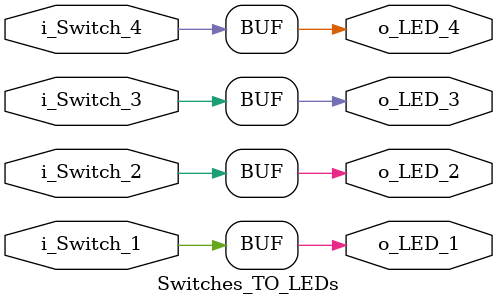
<source format=v>
module Switches_TO_LEDs
(input i_Switch_1,
 input i_Switch_2,
 input i_Switch_3,
 input i_Switch_4,
 output o_LED_1,
 output o_LED_2,
 output o_LED_3,
 output o_LED_4);
 
 assign o_LED_1 = i_Switch_1;
 assign o_LED_2 = i_Switch_2;
 assign o_LED_3 = i_Switch_3;
 assign o_LED_4 = i_Switch_4;
endmodule // Switches_TO_LEDs
</source>
